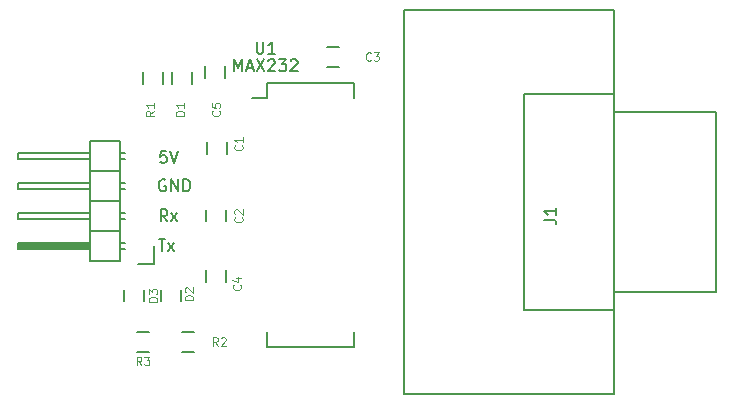
<source format=gbr>
From c18ad5f1c16c8175146d01b160c4514b1612cfd7 Mon Sep 17 00:00:00 2001
From: easwaran
Date: Wed, 30 Jan 2019 10:23:18 +0530
Subject: directory reorganising

---
 .../v_1.1/RS232/Gerber/RS232-F.SilkS.gbr           | 617 +++++++++++++++++++++
 1 file changed, 617 insertions(+)
 create mode 100755 Resources/OpenPLCv1/legacy_Versions/v_1.1/RS232/Gerber/RS232-F.SilkS.gbr

(limited to 'Resources/OpenPLCv1/legacy_Versions/v_1.1/RS232/Gerber/RS232-F.SilkS.gbr')

diff --git a/Resources/OpenPLCv1/legacy_Versions/v_1.1/RS232/Gerber/RS232-F.SilkS.gbr b/Resources/OpenPLCv1/legacy_Versions/v_1.1/RS232/Gerber/RS232-F.SilkS.gbr
new file mode 100755
index 0000000..1587337
--- /dev/null
+++ b/Resources/OpenPLCv1/legacy_Versions/v_1.1/RS232/Gerber/RS232-F.SilkS.gbr
@@ -0,0 +1,617 @@
+G04 #@! TF.FileFunction,Legend,Top*
+%FSLAX46Y46*%
+G04 Gerber Fmt 4.6, Leading zero omitted, Abs format (unit mm)*
+G04 Created by KiCad (PCBNEW 201611211049+7371~55~ubuntu16.10.1-product) date Thu Dec 29 13:08:53 2016*
+%MOMM*%
+%LPD*%
+G01*
+G04 APERTURE LIST*
+%ADD10C,0.100000*%
+%ADD11C,0.200000*%
+%ADD12C,0.150000*%
+%ADD13C,0.125000*%
+G04 APERTURE END LIST*
+D10*
+D11*
+X129230523Y-90765380D02*
+X129801952Y-90765380D01*
+X129516238Y-91765380D02*
+X129516238Y-90765380D01*
+X130040047Y-91765380D02*
+X130563857Y-91098714D01*
+X130040047Y-91098714D02*
+X130563857Y-91765380D01*
+X129952761Y-89225380D02*
+X129619428Y-88749190D01*
+X129381333Y-89225380D02*
+X129381333Y-88225380D01*
+X129762285Y-88225380D01*
+X129857523Y-88273000D01*
+X129905142Y-88320619D01*
+X129952761Y-88415857D01*
+X129952761Y-88558714D01*
+X129905142Y-88653952D01*
+X129857523Y-88701571D01*
+X129762285Y-88749190D01*
+X129381333Y-88749190D01*
+X130286095Y-89225380D02*
+X130809904Y-88558714D01*
+X130286095Y-88558714D02*
+X130809904Y-89225380D01*
+X129794095Y-85733000D02*
+X129698857Y-85685380D01*
+X129556000Y-85685380D01*
+X129413142Y-85733000D01*
+X129317904Y-85828238D01*
+X129270285Y-85923476D01*
+X129222666Y-86113952D01*
+X129222666Y-86256809D01*
+X129270285Y-86447285D01*
+X129317904Y-86542523D01*
+X129413142Y-86637761D01*
+X129556000Y-86685380D01*
+X129651238Y-86685380D01*
+X129794095Y-86637761D01*
+X129841714Y-86590142D01*
+X129841714Y-86256809D01*
+X129651238Y-86256809D01*
+X130270285Y-86685380D02*
+X130270285Y-85685380D01*
+X130841714Y-86685380D01*
+X130841714Y-85685380D01*
+X131317904Y-86685380D02*
+X131317904Y-85685380D01*
+X131556000Y-85685380D01*
+X131698857Y-85733000D01*
+X131794095Y-85828238D01*
+X131841714Y-85923476D01*
+X131889333Y-86113952D01*
+X131889333Y-86256809D01*
+X131841714Y-86447285D01*
+X131794095Y-86542523D01*
+X131698857Y-86637761D01*
+X131556000Y-86685380D01*
+X131317904Y-86685380D01*
+X129857523Y-83272380D02*
+X129381333Y-83272380D01*
+X129333714Y-83748571D01*
+X129381333Y-83700952D01*
+X129476571Y-83653333D01*
+X129714666Y-83653333D01*
+X129809904Y-83700952D01*
+X129857523Y-83748571D01*
+X129905142Y-83843809D01*
+X129905142Y-84081904D01*
+X129857523Y-84177142D01*
+X129809904Y-84224761D01*
+X129714666Y-84272380D01*
+X129476571Y-84272380D01*
+X129381333Y-84224761D01*
+X129333714Y-84177142D01*
+X130190857Y-83272380D02*
+X130524190Y-84272380D01*
+X130857523Y-83272380D01*
+D12*
+X149987000Y-71374000D02*
+X149987000Y-103886000D01*
+X149987000Y-103886000D02*
+X167767000Y-103886000D01*
+X167767000Y-103886000D02*
+X167767000Y-71374000D01*
+X167767000Y-71374000D02*
+X149987000Y-71374000D01*
+X167767000Y-78486000D02*
+X160147000Y-78486000D01*
+X160147000Y-78486000D02*
+X160147000Y-96774000D01*
+X160147000Y-96774000D02*
+X167767000Y-96774000D01*
+X167767000Y-80010000D02*
+X176403000Y-80010000D01*
+X176403000Y-80010000D02*
+X176403000Y-95250000D01*
+X176403000Y-95250000D02*
+X167767000Y-95250000D01*
+X134993750Y-83526250D02*
+X134993750Y-82526250D01*
+X133293750Y-82526250D02*
+X133293750Y-83526250D01*
+X133230250Y-88241250D02*
+X133230250Y-89241250D01*
+X134930250Y-89241250D02*
+X134930250Y-88241250D01*
+X144486250Y-74492750D02*
+X143486250Y-74492750D01*
+X143486250Y-76192750D02*
+X144486250Y-76192750D01*
+X133230250Y-93384750D02*
+X133230250Y-94384750D01*
+X134930250Y-94384750D02*
+X134930250Y-93384750D01*
+X133135000Y-76081000D02*
+X133135000Y-77081000D01*
+X134835000Y-77081000D02*
+X134835000Y-76081000D01*
+X128808000Y-92863000D02*
+X128808000Y-91313000D01*
+X127508000Y-92863000D02*
+X128808000Y-92863000D01*
+X123317000Y-91440000D02*
+X117475000Y-91440000D01*
+X117475000Y-91440000D02*
+X117475000Y-91186000D01*
+X117475000Y-91186000D02*
+X123317000Y-91186000D01*
+X123317000Y-91186000D02*
+X123317000Y-91313000D01*
+X123317000Y-91313000D02*
+X117475000Y-91313000D01*
+X125984000Y-91567000D02*
+X126365000Y-91567000D01*
+X125984000Y-91059000D02*
+X126365000Y-91059000D01*
+X125984000Y-89027000D02*
+X126365000Y-89027000D01*
+X125984000Y-88519000D02*
+X126365000Y-88519000D01*
+X125984000Y-86487000D02*
+X126365000Y-86487000D01*
+X125984000Y-85979000D02*
+X126365000Y-85979000D01*
+X125984000Y-83439000D02*
+X126365000Y-83439000D01*
+X125984000Y-83947000D02*
+X126365000Y-83947000D01*
+X125984000Y-92583000D02*
+X123444000Y-92583000D01*
+X125984000Y-90043000D02*
+X123444000Y-90043000D01*
+X125984000Y-90043000D02*
+X125984000Y-87503000D01*
+X125984000Y-87503000D02*
+X123444000Y-87503000D01*
+X123444000Y-89027000D02*
+X117348000Y-89027000D01*
+X117348000Y-89027000D02*
+X117348000Y-88519000D01*
+X117348000Y-88519000D02*
+X123444000Y-88519000D01*
+X123444000Y-87503000D02*
+X123444000Y-90043000D01*
+X123444000Y-90043000D02*
+X123444000Y-92583000D01*
+X117348000Y-91059000D02*
+X123444000Y-91059000D01*
+X117348000Y-91567000D02*
+X117348000Y-91059000D01*
+X123444000Y-91567000D02*
+X117348000Y-91567000D01*
+X125984000Y-90043000D02*
+X123444000Y-90043000D01*
+X125984000Y-92583000D02*
+X125984000Y-90043000D01*
+X125984000Y-84963000D02*
+X123444000Y-84963000D01*
+X125984000Y-84963000D02*
+X125984000Y-82423000D01*
+X125984000Y-82423000D02*
+X123444000Y-82423000D01*
+X123444000Y-83947000D02*
+X117348000Y-83947000D01*
+X117348000Y-83947000D02*
+X117348000Y-83439000D01*
+X117348000Y-83439000D02*
+X123444000Y-83439000D01*
+X123444000Y-82423000D02*
+X123444000Y-84963000D01*
+X123444000Y-84963000D02*
+X123444000Y-87503000D01*
+X117348000Y-85979000D02*
+X123444000Y-85979000D01*
+X117348000Y-86487000D02*
+X117348000Y-85979000D01*
+X123444000Y-86487000D02*
+X117348000Y-86487000D01*
+X125984000Y-84963000D02*
+X123444000Y-84963000D01*
+X125984000Y-87503000D02*
+X125984000Y-84963000D01*
+X125984000Y-87503000D02*
+X123444000Y-87503000D01*
+X138406250Y-77492750D02*
+X138406250Y-78762750D01*
+X145756250Y-77492750D02*
+X145756250Y-78762750D01*
+X145756250Y-99862750D02*
+X145756250Y-98592750D01*
+X138406250Y-99862750D02*
+X138406250Y-98592750D01*
+X138406250Y-77492750D02*
+X145756250Y-77492750D01*
+X138406250Y-99862750D02*
+X145756250Y-99862750D01*
+X138406250Y-78762750D02*
+X137121250Y-78762750D01*
+X130341000Y-76589000D02*
+X130341000Y-77589000D01*
+X132041000Y-77589000D02*
+X132041000Y-76589000D01*
+X131152000Y-96004000D02*
+X131152000Y-95004000D01*
+X129452000Y-95004000D02*
+X129452000Y-96004000D01*
+X126277000Y-95004000D02*
+X126277000Y-96004000D01*
+X127977000Y-96004000D02*
+X127977000Y-95004000D01*
+X129628000Y-77589000D02*
+X129628000Y-76589000D01*
+X127928000Y-76589000D02*
+X127928000Y-77589000D01*
+X132199000Y-98591000D02*
+X131199000Y-98591000D01*
+X131199000Y-100291000D02*
+X132199000Y-100291000D01*
+X128389000Y-98591000D02*
+X127389000Y-98591000D01*
+X127389000Y-100291000D02*
+X128389000Y-100291000D01*
+X161885380Y-89106333D02*
+X162599666Y-89106333D01*
+X162742523Y-89153952D01*
+X162837761Y-89249190D01*
+X162885380Y-89392047D01*
+X162885380Y-89487285D01*
+X162885380Y-88106333D02*
+X162885380Y-88677761D01*
+X162885380Y-88392047D02*
+X161885380Y-88392047D01*
+X162028238Y-88487285D01*
+X162123476Y-88582523D01*
+X162171095Y-88677761D01*
+D13*
+X136267000Y-82793666D02*
+X136300333Y-82827000D01*
+X136333666Y-82927000D01*
+X136333666Y-82993666D01*
+X136300333Y-83093666D01*
+X136233666Y-83160333D01*
+X136167000Y-83193666D01*
+X136033666Y-83227000D01*
+X135933666Y-83227000D01*
+X135800333Y-83193666D01*
+X135733666Y-83160333D01*
+X135667000Y-83093666D01*
+X135633666Y-82993666D01*
+X135633666Y-82927000D01*
+X135667000Y-82827000D01*
+X135700333Y-82793666D01*
+X136333666Y-82127000D02*
+X136333666Y-82527000D01*
+X136333666Y-82327000D02*
+X135633666Y-82327000D01*
+X135733666Y-82393666D01*
+X135800333Y-82460333D01*
+X135833666Y-82527000D01*
+X136267000Y-88889666D02*
+X136300333Y-88923000D01*
+X136333666Y-89023000D01*
+X136333666Y-89089666D01*
+X136300333Y-89189666D01*
+X136233666Y-89256333D01*
+X136167000Y-89289666D01*
+X136033666Y-89323000D01*
+X135933666Y-89323000D01*
+X135800333Y-89289666D01*
+X135733666Y-89256333D01*
+X135667000Y-89189666D01*
+X135633666Y-89089666D01*
+X135633666Y-89023000D01*
+X135667000Y-88923000D01*
+X135700333Y-88889666D01*
+X135700333Y-88623000D02*
+X135667000Y-88589666D01*
+X135633666Y-88523000D01*
+X135633666Y-88356333D01*
+X135667000Y-88289666D01*
+X135700333Y-88256333D01*
+X135767000Y-88223000D01*
+X135833666Y-88223000D01*
+X135933666Y-88256333D01*
+X136333666Y-88656333D01*
+X136333666Y-88223000D01*
+X147203333Y-75561000D02*
+X147170000Y-75594333D01*
+X147070000Y-75627666D01*
+X147003333Y-75627666D01*
+X146903333Y-75594333D01*
+X146836666Y-75527666D01*
+X146803333Y-75461000D01*
+X146770000Y-75327666D01*
+X146770000Y-75227666D01*
+X146803333Y-75094333D01*
+X146836666Y-75027666D01*
+X146903333Y-74961000D01*
+X147003333Y-74927666D01*
+X147070000Y-74927666D01*
+X147170000Y-74961000D01*
+X147203333Y-74994333D01*
+X147436666Y-74927666D02*
+X147870000Y-74927666D01*
+X147636666Y-75194333D01*
+X147736666Y-75194333D01*
+X147803333Y-75227666D01*
+X147836666Y-75261000D01*
+X147870000Y-75327666D01*
+X147870000Y-75494333D01*
+X147836666Y-75561000D01*
+X147803333Y-75594333D01*
+X147736666Y-75627666D01*
+X147536666Y-75627666D01*
+X147470000Y-75594333D01*
+X147436666Y-75561000D01*
+X136140000Y-94604666D02*
+X136173333Y-94638000D01*
+X136206666Y-94738000D01*
+X136206666Y-94804666D01*
+X136173333Y-94904666D01*
+X136106666Y-94971333D01*
+X136040000Y-95004666D01*
+X135906666Y-95038000D01*
+X135806666Y-95038000D01*
+X135673333Y-95004666D01*
+X135606666Y-94971333D01*
+X135540000Y-94904666D01*
+X135506666Y-94804666D01*
+X135506666Y-94738000D01*
+X135540000Y-94638000D01*
+X135573333Y-94604666D01*
+X135740000Y-94004666D02*
+X136206666Y-94004666D01*
+X135473333Y-94171333D02*
+X135973333Y-94338000D01*
+X135973333Y-93904666D01*
+X134362000Y-79872666D02*
+X134395333Y-79906000D01*
+X134428666Y-80006000D01*
+X134428666Y-80072666D01*
+X134395333Y-80172666D01*
+X134328666Y-80239333D01*
+X134262000Y-80272666D01*
+X134128666Y-80306000D01*
+X134028666Y-80306000D01*
+X133895333Y-80272666D01*
+X133828666Y-80239333D01*
+X133762000Y-80172666D01*
+X133728666Y-80072666D01*
+X133728666Y-80006000D01*
+X133762000Y-79906000D01*
+X133795333Y-79872666D01*
+X133728666Y-79239333D02*
+X133728666Y-79572666D01*
+X134062000Y-79606000D01*
+X134028666Y-79572666D01*
+X133995333Y-79506000D01*
+X133995333Y-79339333D01*
+X134028666Y-79272666D01*
+X134062000Y-79239333D01*
+X134128666Y-79206000D01*
+X134295333Y-79206000D01*
+X134362000Y-79239333D01*
+X134395333Y-79272666D01*
+X134428666Y-79339333D01*
+X134428666Y-79506000D01*
+X134395333Y-79572666D01*
+X134362000Y-79606000D01*
+D12*
+X137509345Y-74020130D02*
+X137509345Y-74829654D01*
+X137556964Y-74924892D01*
+X137604583Y-74972511D01*
+X137699821Y-75020130D01*
+X137890297Y-75020130D01*
+X137985535Y-74972511D01*
+X138033154Y-74924892D01*
+X138080773Y-74829654D01*
+X138080773Y-74020130D01*
+X139080773Y-75020130D02*
+X138509345Y-75020130D01*
+X138795059Y-75020130D02*
+X138795059Y-74020130D01*
+X138699821Y-74162988D01*
+X138604583Y-74258226D01*
+X138509345Y-74305845D01*
+X135604583Y-76520130D02*
+X135604583Y-75520130D01*
+X135937916Y-76234416D01*
+X136271250Y-75520130D01*
+X136271250Y-76520130D01*
+X136699821Y-76234416D02*
+X137176011Y-76234416D01*
+X136604583Y-76520130D02*
+X136937916Y-75520130D01*
+X137271250Y-76520130D01*
+X137509345Y-75520130D02*
+X138176011Y-76520130D01*
+X138176011Y-75520130D02*
+X137509345Y-76520130D01*
+X138509345Y-75615369D02*
+X138556964Y-75567750D01*
+X138652202Y-75520130D01*
+X138890297Y-75520130D01*
+X138985535Y-75567750D01*
+X139033154Y-75615369D01*
+X139080773Y-75710607D01*
+X139080773Y-75805845D01*
+X139033154Y-75948702D01*
+X138461726Y-76520130D01*
+X139080773Y-76520130D01*
+X139414107Y-75520130D02*
+X140033154Y-75520130D01*
+X139699821Y-75901083D01*
+X139842678Y-75901083D01*
+X139937916Y-75948702D01*
+X139985535Y-75996321D01*
+X140033154Y-76091559D01*
+X140033154Y-76329654D01*
+X139985535Y-76424892D01*
+X139937916Y-76472511D01*
+X139842678Y-76520130D01*
+X139556964Y-76520130D01*
+X139461726Y-76472511D01*
+X139414107Y-76424892D01*
+X140414107Y-75615369D02*
+X140461726Y-75567750D01*
+X140556964Y-75520130D01*
+X140795059Y-75520130D01*
+X140890297Y-75567750D01*
+X140937916Y-75615369D01*
+X140985535Y-75710607D01*
+X140985535Y-75805845D01*
+X140937916Y-75948702D01*
+X140366488Y-76520130D01*
+X140985535Y-76520130D01*
+D13*
+X131380666Y-80272666D02*
+X130680666Y-80272666D01*
+X130680666Y-80106000D01*
+X130714000Y-80006000D01*
+X130780666Y-79939333D01*
+X130847333Y-79906000D01*
+X130980666Y-79872666D01*
+X131080666Y-79872666D01*
+X131214000Y-79906000D01*
+X131280666Y-79939333D01*
+X131347333Y-80006000D01*
+X131380666Y-80106000D01*
+X131380666Y-80272666D01*
+X131380666Y-79206000D02*
+X131380666Y-79606000D01*
+X131380666Y-79406000D02*
+X130680666Y-79406000D01*
+X130780666Y-79472666D01*
+X130847333Y-79539333D01*
+X130880666Y-79606000D01*
+X132142666Y-95893666D02*
+X131442666Y-95893666D01*
+X131442666Y-95727000D01*
+X131476000Y-95627000D01*
+X131542666Y-95560333D01*
+X131609333Y-95527000D01*
+X131742666Y-95493666D01*
+X131842666Y-95493666D01*
+X131976000Y-95527000D01*
+X132042666Y-95560333D01*
+X132109333Y-95627000D01*
+X132142666Y-95727000D01*
+X132142666Y-95893666D01*
+X131509333Y-95227000D02*
+X131476000Y-95193666D01*
+X131442666Y-95127000D01*
+X131442666Y-94960333D01*
+X131476000Y-94893666D01*
+X131509333Y-94860333D01*
+X131576000Y-94827000D01*
+X131642666Y-94827000D01*
+X131742666Y-94860333D01*
+X132142666Y-95260333D01*
+X132142666Y-94827000D01*
+X129094666Y-96020666D02*
+X128394666Y-96020666D01*
+X128394666Y-95854000D01*
+X128428000Y-95754000D01*
+X128494666Y-95687333D01*
+X128561333Y-95654000D01*
+X128694666Y-95620666D01*
+X128794666Y-95620666D01*
+X128928000Y-95654000D01*
+X128994666Y-95687333D01*
+X129061333Y-95754000D01*
+X129094666Y-95854000D01*
+X129094666Y-96020666D01*
+X128394666Y-95387333D02*
+X128394666Y-94954000D01*
+X128661333Y-95187333D01*
+X128661333Y-95087333D01*
+X128694666Y-95020666D01*
+X128728000Y-94987333D01*
+X128794666Y-94954000D01*
+X128961333Y-94954000D01*
+X129028000Y-94987333D01*
+X129061333Y-95020666D01*
+X129094666Y-95087333D01*
+X129094666Y-95287333D01*
+X129061333Y-95354000D01*
+X129028000Y-95387333D01*
+X128840666Y-79872666D02*
+X128507333Y-80106000D01*
+X128840666Y-80272666D02*
+X128140666Y-80272666D01*
+X128140666Y-80006000D01*
+X128174000Y-79939333D01*
+X128207333Y-79906000D01*
+X128274000Y-79872666D01*
+X128374000Y-79872666D01*
+X128440666Y-79906000D01*
+X128474000Y-79939333D01*
+X128507333Y-80006000D01*
+X128507333Y-80272666D01*
+X128840666Y-79206000D02*
+X128840666Y-79606000D01*
+X128840666Y-79406000D02*
+X128140666Y-79406000D01*
+X128240666Y-79472666D01*
+X128307333Y-79539333D01*
+X128340666Y-79606000D01*
+X134249333Y-99757666D02*
+X134016000Y-99424333D01*
+X133849333Y-99757666D02*
+X133849333Y-99057666D01*
+X134116000Y-99057666D01*
+X134182666Y-99091000D01*
+X134216000Y-99124333D01*
+X134249333Y-99191000D01*
+X134249333Y-99291000D01*
+X134216000Y-99357666D01*
+X134182666Y-99391000D01*
+X134116000Y-99424333D01*
+X133849333Y-99424333D01*
+X134516000Y-99124333D02*
+X134549333Y-99091000D01*
+X134616000Y-99057666D01*
+X134782666Y-99057666D01*
+X134849333Y-99091000D01*
+X134882666Y-99124333D01*
+X134916000Y-99191000D01*
+X134916000Y-99257666D01*
+X134882666Y-99357666D01*
+X134482666Y-99757666D01*
+X134916000Y-99757666D01*
+X127772333Y-101408666D02*
+X127539000Y-101075333D01*
+X127372333Y-101408666D02*
+X127372333Y-100708666D01*
+X127639000Y-100708666D01*
+X127705666Y-100742000D01*
+X127739000Y-100775333D01*
+X127772333Y-100842000D01*
+X127772333Y-100942000D01*
+X127739000Y-101008666D01*
+X127705666Y-101042000D01*
+X127639000Y-101075333D01*
+X127372333Y-101075333D01*
+X128005666Y-100708666D02*
+X128439000Y-100708666D01*
+X128205666Y-100975333D01*
+X128305666Y-100975333D01*
+X128372333Y-101008666D01*
+X128405666Y-101042000D01*
+X128439000Y-101108666D01*
+X128439000Y-101275333D01*
+X128405666Y-101342000D01*
+X128372333Y-101375333D01*
+X128305666Y-101408666D01*
+X128105666Y-101408666D01*
+X128039000Y-101375333D01*
+X128005666Y-101342000D01*
+M02*
-- 
cgit 


</source>
